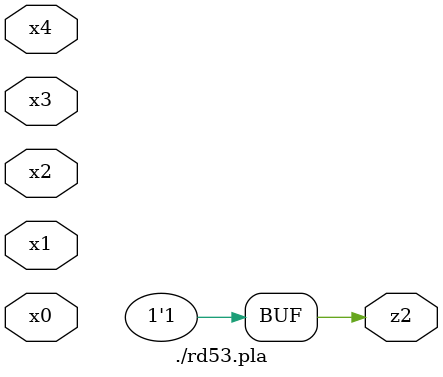
<source format=v>

module \./rd53.pla  ( 
    x0, x1, x2, x3, x4,
    z2  );
  input  x0, x1, x2, x3, x4;
  output z2;
  assign z2 = 1'b1;
endmodule



</source>
